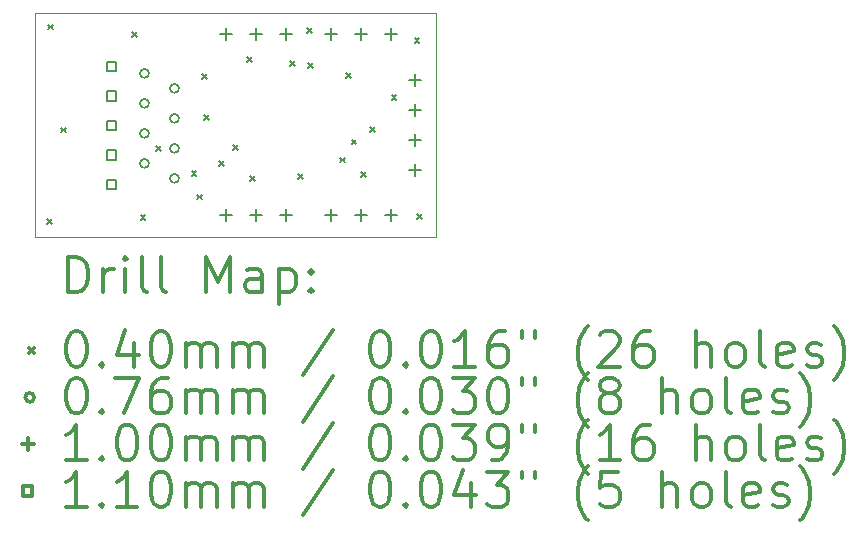
<source format=gbr>
%FSLAX45Y45*%
G04 Gerber Fmt 4.5, Leading zero omitted, Abs format (unit mm)*
G04 Created by KiCad (PCBNEW 5.1.5+dfsg1-2build2) date 2023-02-08 22:03:10*
%MOMM*%
%LPD*%
G04 APERTURE LIST*
%TA.AperFunction,Profile*%
%ADD10C,0.050000*%
%TD*%
%ADD11C,0.200000*%
%ADD12C,0.300000*%
G04 APERTURE END LIST*
D10*
X19473000Y-10588000D02*
X16073000Y-10588000D01*
X19474000Y-8688000D02*
X16074000Y-8688000D01*
X19473000Y-10588000D02*
X19474000Y-8688000D01*
X16074000Y-8688000D02*
X16073000Y-10588000D01*
D11*
X16178000Y-10437000D02*
X16218000Y-10477000D01*
X16218000Y-10437000D02*
X16178000Y-10477000D01*
X16186000Y-8790000D02*
X16226000Y-8830000D01*
X16226000Y-8790000D02*
X16186000Y-8830000D01*
X16296000Y-9662000D02*
X16336000Y-9702000D01*
X16336000Y-9662000D02*
X16296000Y-9702000D01*
X16901000Y-8854000D02*
X16941000Y-8894000D01*
X16941000Y-8854000D02*
X16901000Y-8894000D01*
X16971000Y-10404000D02*
X17011000Y-10444000D01*
X17011000Y-10404000D02*
X16971000Y-10444000D01*
X17100000Y-9818000D02*
X17140000Y-9858000D01*
X17140000Y-9818000D02*
X17100000Y-9858000D01*
X17403000Y-10033000D02*
X17443000Y-10073000D01*
X17443000Y-10033000D02*
X17403000Y-10073000D01*
X17448000Y-10230000D02*
X17488000Y-10270000D01*
X17488000Y-10230000D02*
X17448000Y-10270000D01*
X17491000Y-9212000D02*
X17531000Y-9252000D01*
X17531000Y-9212000D02*
X17491000Y-9252000D01*
X17512000Y-9555000D02*
X17552000Y-9595000D01*
X17552000Y-9555000D02*
X17512000Y-9595000D01*
X17638000Y-9947000D02*
X17678000Y-9987000D01*
X17678000Y-9947000D02*
X17638000Y-9987000D01*
X17757000Y-9813000D02*
X17797000Y-9853000D01*
X17797000Y-9813000D02*
X17757000Y-9853000D01*
X17872000Y-9068000D02*
X17912000Y-9108000D01*
X17912000Y-9068000D02*
X17872000Y-9108000D01*
X17897000Y-10075000D02*
X17937000Y-10115000D01*
X17937000Y-10075000D02*
X17897000Y-10115000D01*
X18237000Y-9100000D02*
X18277000Y-9140000D01*
X18277000Y-9100000D02*
X18237000Y-9140000D01*
X18308000Y-10054000D02*
X18348000Y-10094000D01*
X18348000Y-10054000D02*
X18308000Y-10094000D01*
X18381000Y-8820000D02*
X18421000Y-8860000D01*
X18421000Y-8820000D02*
X18381000Y-8860000D01*
X18392000Y-9119000D02*
X18432000Y-9159000D01*
X18432000Y-9119000D02*
X18392000Y-9159000D01*
X18659000Y-9916000D02*
X18699000Y-9956000D01*
X18699000Y-9916000D02*
X18659000Y-9956000D01*
X18713000Y-9201000D02*
X18753000Y-9241000D01*
X18753000Y-9201000D02*
X18713000Y-9241000D01*
X18758000Y-9764000D02*
X18798000Y-9804000D01*
X18798000Y-9764000D02*
X18758000Y-9804000D01*
X18839000Y-10042000D02*
X18879000Y-10082000D01*
X18879000Y-10042000D02*
X18839000Y-10082000D01*
X18912000Y-9660000D02*
X18952000Y-9700000D01*
X18952000Y-9660000D02*
X18912000Y-9700000D01*
X19097000Y-9389000D02*
X19137000Y-9429000D01*
X19137000Y-9389000D02*
X19097000Y-9429000D01*
X19292000Y-8905000D02*
X19332000Y-8945000D01*
X19332000Y-8905000D02*
X19292000Y-8945000D01*
X19315000Y-10396000D02*
X19355000Y-10436000D01*
X19355000Y-10396000D02*
X19315000Y-10436000D01*
X17042000Y-9203000D02*
G75*
G03X17042000Y-9203000I-38000J0D01*
G01*
X17042000Y-9457000D02*
G75*
G03X17042000Y-9457000I-38000J0D01*
G01*
X17042000Y-9711000D02*
G75*
G03X17042000Y-9711000I-38000J0D01*
G01*
X17042000Y-9965000D02*
G75*
G03X17042000Y-9965000I-38000J0D01*
G01*
X17296000Y-9330000D02*
G75*
G03X17296000Y-9330000I-38000J0D01*
G01*
X17296000Y-9584000D02*
G75*
G03X17296000Y-9584000I-38000J0D01*
G01*
X17296000Y-9838000D02*
G75*
G03X17296000Y-9838000I-38000J0D01*
G01*
X17296000Y-10092000D02*
G75*
G03X17296000Y-10092000I-38000J0D01*
G01*
X17697000Y-10354000D02*
X17697000Y-10454000D01*
X17647000Y-10404000D02*
X17747000Y-10404000D01*
X17951000Y-10354000D02*
X17951000Y-10454000D01*
X17901000Y-10404000D02*
X18001000Y-10404000D01*
X18205000Y-10354000D02*
X18205000Y-10454000D01*
X18155000Y-10404000D02*
X18255000Y-10404000D01*
X18584000Y-10355000D02*
X18584000Y-10455000D01*
X18534000Y-10405000D02*
X18634000Y-10405000D01*
X18838000Y-10355000D02*
X18838000Y-10455000D01*
X18788000Y-10405000D02*
X18888000Y-10405000D01*
X19092000Y-10355000D02*
X19092000Y-10455000D01*
X19042000Y-10405000D02*
X19142000Y-10405000D01*
X19296000Y-9206000D02*
X19296000Y-9306000D01*
X19246000Y-9256000D02*
X19346000Y-9256000D01*
X19296000Y-9460000D02*
X19296000Y-9560000D01*
X19246000Y-9510000D02*
X19346000Y-9510000D01*
X19296000Y-9714000D02*
X19296000Y-9814000D01*
X19246000Y-9764000D02*
X19346000Y-9764000D01*
X19296000Y-9968000D02*
X19296000Y-10068000D01*
X19246000Y-10018000D02*
X19346000Y-10018000D01*
X17697000Y-8817000D02*
X17697000Y-8917000D01*
X17647000Y-8867000D02*
X17747000Y-8867000D01*
X17951000Y-8817000D02*
X17951000Y-8917000D01*
X17901000Y-8867000D02*
X18001000Y-8867000D01*
X18205000Y-8817000D02*
X18205000Y-8917000D01*
X18155000Y-8867000D02*
X18255000Y-8867000D01*
X18584000Y-8817000D02*
X18584000Y-8917000D01*
X18534000Y-8867000D02*
X18634000Y-8867000D01*
X18838000Y-8817000D02*
X18838000Y-8917000D01*
X18788000Y-8867000D02*
X18888000Y-8867000D01*
X19092000Y-8817000D02*
X19092000Y-8917000D01*
X19042000Y-8867000D02*
X19142000Y-8867000D01*
X16763891Y-9182891D02*
X16763891Y-9105109D01*
X16686109Y-9105109D01*
X16686109Y-9182891D01*
X16763891Y-9182891D01*
X16763891Y-9432891D02*
X16763891Y-9355109D01*
X16686109Y-9355109D01*
X16686109Y-9432891D01*
X16763891Y-9432891D01*
X16763891Y-9682891D02*
X16763891Y-9605109D01*
X16686109Y-9605109D01*
X16686109Y-9682891D01*
X16763891Y-9682891D01*
X16763891Y-9932891D02*
X16763891Y-9855109D01*
X16686109Y-9855109D01*
X16686109Y-9932891D01*
X16763891Y-9932891D01*
X16763891Y-10182891D02*
X16763891Y-10105109D01*
X16686109Y-10105109D01*
X16686109Y-10182891D01*
X16763891Y-10182891D01*
D12*
X16356928Y-11056214D02*
X16356928Y-10756214D01*
X16428357Y-10756214D01*
X16471214Y-10770500D01*
X16499786Y-10799072D01*
X16514071Y-10827643D01*
X16528357Y-10884786D01*
X16528357Y-10927643D01*
X16514071Y-10984786D01*
X16499786Y-11013357D01*
X16471214Y-11041929D01*
X16428357Y-11056214D01*
X16356928Y-11056214D01*
X16656928Y-11056214D02*
X16656928Y-10856214D01*
X16656928Y-10913357D02*
X16671214Y-10884786D01*
X16685500Y-10870500D01*
X16714071Y-10856214D01*
X16742643Y-10856214D01*
X16842643Y-11056214D02*
X16842643Y-10856214D01*
X16842643Y-10756214D02*
X16828357Y-10770500D01*
X16842643Y-10784786D01*
X16856928Y-10770500D01*
X16842643Y-10756214D01*
X16842643Y-10784786D01*
X17028357Y-11056214D02*
X16999786Y-11041929D01*
X16985500Y-11013357D01*
X16985500Y-10756214D01*
X17185500Y-11056214D02*
X17156928Y-11041929D01*
X17142643Y-11013357D01*
X17142643Y-10756214D01*
X17528357Y-11056214D02*
X17528357Y-10756214D01*
X17628357Y-10970500D01*
X17728357Y-10756214D01*
X17728357Y-11056214D01*
X17999786Y-11056214D02*
X17999786Y-10899072D01*
X17985500Y-10870500D01*
X17956928Y-10856214D01*
X17899786Y-10856214D01*
X17871214Y-10870500D01*
X17999786Y-11041929D02*
X17971214Y-11056214D01*
X17899786Y-11056214D01*
X17871214Y-11041929D01*
X17856928Y-11013357D01*
X17856928Y-10984786D01*
X17871214Y-10956214D01*
X17899786Y-10941929D01*
X17971214Y-10941929D01*
X17999786Y-10927643D01*
X18142643Y-10856214D02*
X18142643Y-11156214D01*
X18142643Y-10870500D02*
X18171214Y-10856214D01*
X18228357Y-10856214D01*
X18256928Y-10870500D01*
X18271214Y-10884786D01*
X18285500Y-10913357D01*
X18285500Y-10999072D01*
X18271214Y-11027643D01*
X18256928Y-11041929D01*
X18228357Y-11056214D01*
X18171214Y-11056214D01*
X18142643Y-11041929D01*
X18414071Y-11027643D02*
X18428357Y-11041929D01*
X18414071Y-11056214D01*
X18399786Y-11041929D01*
X18414071Y-11027643D01*
X18414071Y-11056214D01*
X18414071Y-10870500D02*
X18428357Y-10884786D01*
X18414071Y-10899072D01*
X18399786Y-10884786D01*
X18414071Y-10870500D01*
X18414071Y-10899072D01*
X16030500Y-11530500D02*
X16070500Y-11570500D01*
X16070500Y-11530500D02*
X16030500Y-11570500D01*
X16414071Y-11386214D02*
X16442643Y-11386214D01*
X16471214Y-11400500D01*
X16485500Y-11414786D01*
X16499786Y-11443357D01*
X16514071Y-11500500D01*
X16514071Y-11571929D01*
X16499786Y-11629071D01*
X16485500Y-11657643D01*
X16471214Y-11671929D01*
X16442643Y-11686214D01*
X16414071Y-11686214D01*
X16385500Y-11671929D01*
X16371214Y-11657643D01*
X16356928Y-11629071D01*
X16342643Y-11571929D01*
X16342643Y-11500500D01*
X16356928Y-11443357D01*
X16371214Y-11414786D01*
X16385500Y-11400500D01*
X16414071Y-11386214D01*
X16642643Y-11657643D02*
X16656928Y-11671929D01*
X16642643Y-11686214D01*
X16628357Y-11671929D01*
X16642643Y-11657643D01*
X16642643Y-11686214D01*
X16914071Y-11486214D02*
X16914071Y-11686214D01*
X16842643Y-11371929D02*
X16771214Y-11586214D01*
X16956928Y-11586214D01*
X17128357Y-11386214D02*
X17156928Y-11386214D01*
X17185500Y-11400500D01*
X17199786Y-11414786D01*
X17214071Y-11443357D01*
X17228357Y-11500500D01*
X17228357Y-11571929D01*
X17214071Y-11629071D01*
X17199786Y-11657643D01*
X17185500Y-11671929D01*
X17156928Y-11686214D01*
X17128357Y-11686214D01*
X17099786Y-11671929D01*
X17085500Y-11657643D01*
X17071214Y-11629071D01*
X17056928Y-11571929D01*
X17056928Y-11500500D01*
X17071214Y-11443357D01*
X17085500Y-11414786D01*
X17099786Y-11400500D01*
X17128357Y-11386214D01*
X17356928Y-11686214D02*
X17356928Y-11486214D01*
X17356928Y-11514786D02*
X17371214Y-11500500D01*
X17399786Y-11486214D01*
X17442643Y-11486214D01*
X17471214Y-11500500D01*
X17485500Y-11529071D01*
X17485500Y-11686214D01*
X17485500Y-11529071D02*
X17499786Y-11500500D01*
X17528357Y-11486214D01*
X17571214Y-11486214D01*
X17599786Y-11500500D01*
X17614071Y-11529071D01*
X17614071Y-11686214D01*
X17756928Y-11686214D02*
X17756928Y-11486214D01*
X17756928Y-11514786D02*
X17771214Y-11500500D01*
X17799786Y-11486214D01*
X17842643Y-11486214D01*
X17871214Y-11500500D01*
X17885500Y-11529071D01*
X17885500Y-11686214D01*
X17885500Y-11529071D02*
X17899786Y-11500500D01*
X17928357Y-11486214D01*
X17971214Y-11486214D01*
X17999786Y-11500500D01*
X18014071Y-11529071D01*
X18014071Y-11686214D01*
X18599786Y-11371929D02*
X18342643Y-11757643D01*
X18985500Y-11386214D02*
X19014071Y-11386214D01*
X19042643Y-11400500D01*
X19056928Y-11414786D01*
X19071214Y-11443357D01*
X19085500Y-11500500D01*
X19085500Y-11571929D01*
X19071214Y-11629071D01*
X19056928Y-11657643D01*
X19042643Y-11671929D01*
X19014071Y-11686214D01*
X18985500Y-11686214D01*
X18956928Y-11671929D01*
X18942643Y-11657643D01*
X18928357Y-11629071D01*
X18914071Y-11571929D01*
X18914071Y-11500500D01*
X18928357Y-11443357D01*
X18942643Y-11414786D01*
X18956928Y-11400500D01*
X18985500Y-11386214D01*
X19214071Y-11657643D02*
X19228357Y-11671929D01*
X19214071Y-11686214D01*
X19199786Y-11671929D01*
X19214071Y-11657643D01*
X19214071Y-11686214D01*
X19414071Y-11386214D02*
X19442643Y-11386214D01*
X19471214Y-11400500D01*
X19485500Y-11414786D01*
X19499786Y-11443357D01*
X19514071Y-11500500D01*
X19514071Y-11571929D01*
X19499786Y-11629071D01*
X19485500Y-11657643D01*
X19471214Y-11671929D01*
X19442643Y-11686214D01*
X19414071Y-11686214D01*
X19385500Y-11671929D01*
X19371214Y-11657643D01*
X19356928Y-11629071D01*
X19342643Y-11571929D01*
X19342643Y-11500500D01*
X19356928Y-11443357D01*
X19371214Y-11414786D01*
X19385500Y-11400500D01*
X19414071Y-11386214D01*
X19799786Y-11686214D02*
X19628357Y-11686214D01*
X19714071Y-11686214D02*
X19714071Y-11386214D01*
X19685500Y-11429071D01*
X19656928Y-11457643D01*
X19628357Y-11471929D01*
X20056928Y-11386214D02*
X19999786Y-11386214D01*
X19971214Y-11400500D01*
X19956928Y-11414786D01*
X19928357Y-11457643D01*
X19914071Y-11514786D01*
X19914071Y-11629071D01*
X19928357Y-11657643D01*
X19942643Y-11671929D01*
X19971214Y-11686214D01*
X20028357Y-11686214D01*
X20056928Y-11671929D01*
X20071214Y-11657643D01*
X20085500Y-11629071D01*
X20085500Y-11557643D01*
X20071214Y-11529071D01*
X20056928Y-11514786D01*
X20028357Y-11500500D01*
X19971214Y-11500500D01*
X19942643Y-11514786D01*
X19928357Y-11529071D01*
X19914071Y-11557643D01*
X20199786Y-11386214D02*
X20199786Y-11443357D01*
X20314071Y-11386214D02*
X20314071Y-11443357D01*
X20756928Y-11800500D02*
X20742643Y-11786214D01*
X20714071Y-11743357D01*
X20699786Y-11714786D01*
X20685500Y-11671929D01*
X20671214Y-11600500D01*
X20671214Y-11543357D01*
X20685500Y-11471929D01*
X20699786Y-11429071D01*
X20714071Y-11400500D01*
X20742643Y-11357643D01*
X20756928Y-11343357D01*
X20856928Y-11414786D02*
X20871214Y-11400500D01*
X20899786Y-11386214D01*
X20971214Y-11386214D01*
X20999786Y-11400500D01*
X21014071Y-11414786D01*
X21028357Y-11443357D01*
X21028357Y-11471929D01*
X21014071Y-11514786D01*
X20842643Y-11686214D01*
X21028357Y-11686214D01*
X21285500Y-11386214D02*
X21228357Y-11386214D01*
X21199786Y-11400500D01*
X21185500Y-11414786D01*
X21156928Y-11457643D01*
X21142643Y-11514786D01*
X21142643Y-11629071D01*
X21156928Y-11657643D01*
X21171214Y-11671929D01*
X21199786Y-11686214D01*
X21256928Y-11686214D01*
X21285500Y-11671929D01*
X21299786Y-11657643D01*
X21314071Y-11629071D01*
X21314071Y-11557643D01*
X21299786Y-11529071D01*
X21285500Y-11514786D01*
X21256928Y-11500500D01*
X21199786Y-11500500D01*
X21171214Y-11514786D01*
X21156928Y-11529071D01*
X21142643Y-11557643D01*
X21671214Y-11686214D02*
X21671214Y-11386214D01*
X21799786Y-11686214D02*
X21799786Y-11529071D01*
X21785500Y-11500500D01*
X21756928Y-11486214D01*
X21714071Y-11486214D01*
X21685500Y-11500500D01*
X21671214Y-11514786D01*
X21985500Y-11686214D02*
X21956928Y-11671929D01*
X21942643Y-11657643D01*
X21928357Y-11629071D01*
X21928357Y-11543357D01*
X21942643Y-11514786D01*
X21956928Y-11500500D01*
X21985500Y-11486214D01*
X22028357Y-11486214D01*
X22056928Y-11500500D01*
X22071214Y-11514786D01*
X22085500Y-11543357D01*
X22085500Y-11629071D01*
X22071214Y-11657643D01*
X22056928Y-11671929D01*
X22028357Y-11686214D01*
X21985500Y-11686214D01*
X22256928Y-11686214D02*
X22228357Y-11671929D01*
X22214071Y-11643357D01*
X22214071Y-11386214D01*
X22485500Y-11671929D02*
X22456928Y-11686214D01*
X22399786Y-11686214D01*
X22371214Y-11671929D01*
X22356928Y-11643357D01*
X22356928Y-11529071D01*
X22371214Y-11500500D01*
X22399786Y-11486214D01*
X22456928Y-11486214D01*
X22485500Y-11500500D01*
X22499786Y-11529071D01*
X22499786Y-11557643D01*
X22356928Y-11586214D01*
X22614071Y-11671929D02*
X22642643Y-11686214D01*
X22699786Y-11686214D01*
X22728357Y-11671929D01*
X22742643Y-11643357D01*
X22742643Y-11629071D01*
X22728357Y-11600500D01*
X22699786Y-11586214D01*
X22656928Y-11586214D01*
X22628357Y-11571929D01*
X22614071Y-11543357D01*
X22614071Y-11529071D01*
X22628357Y-11500500D01*
X22656928Y-11486214D01*
X22699786Y-11486214D01*
X22728357Y-11500500D01*
X22842643Y-11800500D02*
X22856928Y-11786214D01*
X22885500Y-11743357D01*
X22899786Y-11714786D01*
X22914071Y-11671929D01*
X22928357Y-11600500D01*
X22928357Y-11543357D01*
X22914071Y-11471929D01*
X22899786Y-11429071D01*
X22885500Y-11400500D01*
X22856928Y-11357643D01*
X22842643Y-11343357D01*
X16070500Y-11946500D02*
G75*
G03X16070500Y-11946500I-38000J0D01*
G01*
X16414071Y-11782214D02*
X16442643Y-11782214D01*
X16471214Y-11796500D01*
X16485500Y-11810786D01*
X16499786Y-11839357D01*
X16514071Y-11896500D01*
X16514071Y-11967929D01*
X16499786Y-12025071D01*
X16485500Y-12053643D01*
X16471214Y-12067929D01*
X16442643Y-12082214D01*
X16414071Y-12082214D01*
X16385500Y-12067929D01*
X16371214Y-12053643D01*
X16356928Y-12025071D01*
X16342643Y-11967929D01*
X16342643Y-11896500D01*
X16356928Y-11839357D01*
X16371214Y-11810786D01*
X16385500Y-11796500D01*
X16414071Y-11782214D01*
X16642643Y-12053643D02*
X16656928Y-12067929D01*
X16642643Y-12082214D01*
X16628357Y-12067929D01*
X16642643Y-12053643D01*
X16642643Y-12082214D01*
X16756928Y-11782214D02*
X16956928Y-11782214D01*
X16828357Y-12082214D01*
X17199786Y-11782214D02*
X17142643Y-11782214D01*
X17114071Y-11796500D01*
X17099786Y-11810786D01*
X17071214Y-11853643D01*
X17056928Y-11910786D01*
X17056928Y-12025071D01*
X17071214Y-12053643D01*
X17085500Y-12067929D01*
X17114071Y-12082214D01*
X17171214Y-12082214D01*
X17199786Y-12067929D01*
X17214071Y-12053643D01*
X17228357Y-12025071D01*
X17228357Y-11953643D01*
X17214071Y-11925071D01*
X17199786Y-11910786D01*
X17171214Y-11896500D01*
X17114071Y-11896500D01*
X17085500Y-11910786D01*
X17071214Y-11925071D01*
X17056928Y-11953643D01*
X17356928Y-12082214D02*
X17356928Y-11882214D01*
X17356928Y-11910786D02*
X17371214Y-11896500D01*
X17399786Y-11882214D01*
X17442643Y-11882214D01*
X17471214Y-11896500D01*
X17485500Y-11925071D01*
X17485500Y-12082214D01*
X17485500Y-11925071D02*
X17499786Y-11896500D01*
X17528357Y-11882214D01*
X17571214Y-11882214D01*
X17599786Y-11896500D01*
X17614071Y-11925071D01*
X17614071Y-12082214D01*
X17756928Y-12082214D02*
X17756928Y-11882214D01*
X17756928Y-11910786D02*
X17771214Y-11896500D01*
X17799786Y-11882214D01*
X17842643Y-11882214D01*
X17871214Y-11896500D01*
X17885500Y-11925071D01*
X17885500Y-12082214D01*
X17885500Y-11925071D02*
X17899786Y-11896500D01*
X17928357Y-11882214D01*
X17971214Y-11882214D01*
X17999786Y-11896500D01*
X18014071Y-11925071D01*
X18014071Y-12082214D01*
X18599786Y-11767929D02*
X18342643Y-12153643D01*
X18985500Y-11782214D02*
X19014071Y-11782214D01*
X19042643Y-11796500D01*
X19056928Y-11810786D01*
X19071214Y-11839357D01*
X19085500Y-11896500D01*
X19085500Y-11967929D01*
X19071214Y-12025071D01*
X19056928Y-12053643D01*
X19042643Y-12067929D01*
X19014071Y-12082214D01*
X18985500Y-12082214D01*
X18956928Y-12067929D01*
X18942643Y-12053643D01*
X18928357Y-12025071D01*
X18914071Y-11967929D01*
X18914071Y-11896500D01*
X18928357Y-11839357D01*
X18942643Y-11810786D01*
X18956928Y-11796500D01*
X18985500Y-11782214D01*
X19214071Y-12053643D02*
X19228357Y-12067929D01*
X19214071Y-12082214D01*
X19199786Y-12067929D01*
X19214071Y-12053643D01*
X19214071Y-12082214D01*
X19414071Y-11782214D02*
X19442643Y-11782214D01*
X19471214Y-11796500D01*
X19485500Y-11810786D01*
X19499786Y-11839357D01*
X19514071Y-11896500D01*
X19514071Y-11967929D01*
X19499786Y-12025071D01*
X19485500Y-12053643D01*
X19471214Y-12067929D01*
X19442643Y-12082214D01*
X19414071Y-12082214D01*
X19385500Y-12067929D01*
X19371214Y-12053643D01*
X19356928Y-12025071D01*
X19342643Y-11967929D01*
X19342643Y-11896500D01*
X19356928Y-11839357D01*
X19371214Y-11810786D01*
X19385500Y-11796500D01*
X19414071Y-11782214D01*
X19614071Y-11782214D02*
X19799786Y-11782214D01*
X19699786Y-11896500D01*
X19742643Y-11896500D01*
X19771214Y-11910786D01*
X19785500Y-11925071D01*
X19799786Y-11953643D01*
X19799786Y-12025071D01*
X19785500Y-12053643D01*
X19771214Y-12067929D01*
X19742643Y-12082214D01*
X19656928Y-12082214D01*
X19628357Y-12067929D01*
X19614071Y-12053643D01*
X19985500Y-11782214D02*
X20014071Y-11782214D01*
X20042643Y-11796500D01*
X20056928Y-11810786D01*
X20071214Y-11839357D01*
X20085500Y-11896500D01*
X20085500Y-11967929D01*
X20071214Y-12025071D01*
X20056928Y-12053643D01*
X20042643Y-12067929D01*
X20014071Y-12082214D01*
X19985500Y-12082214D01*
X19956928Y-12067929D01*
X19942643Y-12053643D01*
X19928357Y-12025071D01*
X19914071Y-11967929D01*
X19914071Y-11896500D01*
X19928357Y-11839357D01*
X19942643Y-11810786D01*
X19956928Y-11796500D01*
X19985500Y-11782214D01*
X20199786Y-11782214D02*
X20199786Y-11839357D01*
X20314071Y-11782214D02*
X20314071Y-11839357D01*
X20756928Y-12196500D02*
X20742643Y-12182214D01*
X20714071Y-12139357D01*
X20699786Y-12110786D01*
X20685500Y-12067929D01*
X20671214Y-11996500D01*
X20671214Y-11939357D01*
X20685500Y-11867929D01*
X20699786Y-11825071D01*
X20714071Y-11796500D01*
X20742643Y-11753643D01*
X20756928Y-11739357D01*
X20914071Y-11910786D02*
X20885500Y-11896500D01*
X20871214Y-11882214D01*
X20856928Y-11853643D01*
X20856928Y-11839357D01*
X20871214Y-11810786D01*
X20885500Y-11796500D01*
X20914071Y-11782214D01*
X20971214Y-11782214D01*
X20999786Y-11796500D01*
X21014071Y-11810786D01*
X21028357Y-11839357D01*
X21028357Y-11853643D01*
X21014071Y-11882214D01*
X20999786Y-11896500D01*
X20971214Y-11910786D01*
X20914071Y-11910786D01*
X20885500Y-11925071D01*
X20871214Y-11939357D01*
X20856928Y-11967929D01*
X20856928Y-12025071D01*
X20871214Y-12053643D01*
X20885500Y-12067929D01*
X20914071Y-12082214D01*
X20971214Y-12082214D01*
X20999786Y-12067929D01*
X21014071Y-12053643D01*
X21028357Y-12025071D01*
X21028357Y-11967929D01*
X21014071Y-11939357D01*
X20999786Y-11925071D01*
X20971214Y-11910786D01*
X21385500Y-12082214D02*
X21385500Y-11782214D01*
X21514071Y-12082214D02*
X21514071Y-11925071D01*
X21499786Y-11896500D01*
X21471214Y-11882214D01*
X21428357Y-11882214D01*
X21399786Y-11896500D01*
X21385500Y-11910786D01*
X21699786Y-12082214D02*
X21671214Y-12067929D01*
X21656928Y-12053643D01*
X21642643Y-12025071D01*
X21642643Y-11939357D01*
X21656928Y-11910786D01*
X21671214Y-11896500D01*
X21699786Y-11882214D01*
X21742643Y-11882214D01*
X21771214Y-11896500D01*
X21785500Y-11910786D01*
X21799786Y-11939357D01*
X21799786Y-12025071D01*
X21785500Y-12053643D01*
X21771214Y-12067929D01*
X21742643Y-12082214D01*
X21699786Y-12082214D01*
X21971214Y-12082214D02*
X21942643Y-12067929D01*
X21928357Y-12039357D01*
X21928357Y-11782214D01*
X22199786Y-12067929D02*
X22171214Y-12082214D01*
X22114071Y-12082214D01*
X22085500Y-12067929D01*
X22071214Y-12039357D01*
X22071214Y-11925071D01*
X22085500Y-11896500D01*
X22114071Y-11882214D01*
X22171214Y-11882214D01*
X22199786Y-11896500D01*
X22214071Y-11925071D01*
X22214071Y-11953643D01*
X22071214Y-11982214D01*
X22328357Y-12067929D02*
X22356928Y-12082214D01*
X22414071Y-12082214D01*
X22442643Y-12067929D01*
X22456928Y-12039357D01*
X22456928Y-12025071D01*
X22442643Y-11996500D01*
X22414071Y-11982214D01*
X22371214Y-11982214D01*
X22342643Y-11967929D01*
X22328357Y-11939357D01*
X22328357Y-11925071D01*
X22342643Y-11896500D01*
X22371214Y-11882214D01*
X22414071Y-11882214D01*
X22442643Y-11896500D01*
X22556928Y-12196500D02*
X22571214Y-12182214D01*
X22599786Y-12139357D01*
X22614071Y-12110786D01*
X22628357Y-12067929D01*
X22642643Y-11996500D01*
X22642643Y-11939357D01*
X22628357Y-11867929D01*
X22614071Y-11825071D01*
X22599786Y-11796500D01*
X22571214Y-11753643D01*
X22556928Y-11739357D01*
X16020500Y-12292500D02*
X16020500Y-12392500D01*
X15970500Y-12342500D02*
X16070500Y-12342500D01*
X16514071Y-12478214D02*
X16342643Y-12478214D01*
X16428357Y-12478214D02*
X16428357Y-12178214D01*
X16399786Y-12221071D01*
X16371214Y-12249643D01*
X16342643Y-12263929D01*
X16642643Y-12449643D02*
X16656928Y-12463929D01*
X16642643Y-12478214D01*
X16628357Y-12463929D01*
X16642643Y-12449643D01*
X16642643Y-12478214D01*
X16842643Y-12178214D02*
X16871214Y-12178214D01*
X16899786Y-12192500D01*
X16914071Y-12206786D01*
X16928357Y-12235357D01*
X16942643Y-12292500D01*
X16942643Y-12363929D01*
X16928357Y-12421071D01*
X16914071Y-12449643D01*
X16899786Y-12463929D01*
X16871214Y-12478214D01*
X16842643Y-12478214D01*
X16814071Y-12463929D01*
X16799786Y-12449643D01*
X16785500Y-12421071D01*
X16771214Y-12363929D01*
X16771214Y-12292500D01*
X16785500Y-12235357D01*
X16799786Y-12206786D01*
X16814071Y-12192500D01*
X16842643Y-12178214D01*
X17128357Y-12178214D02*
X17156928Y-12178214D01*
X17185500Y-12192500D01*
X17199786Y-12206786D01*
X17214071Y-12235357D01*
X17228357Y-12292500D01*
X17228357Y-12363929D01*
X17214071Y-12421071D01*
X17199786Y-12449643D01*
X17185500Y-12463929D01*
X17156928Y-12478214D01*
X17128357Y-12478214D01*
X17099786Y-12463929D01*
X17085500Y-12449643D01*
X17071214Y-12421071D01*
X17056928Y-12363929D01*
X17056928Y-12292500D01*
X17071214Y-12235357D01*
X17085500Y-12206786D01*
X17099786Y-12192500D01*
X17128357Y-12178214D01*
X17356928Y-12478214D02*
X17356928Y-12278214D01*
X17356928Y-12306786D02*
X17371214Y-12292500D01*
X17399786Y-12278214D01*
X17442643Y-12278214D01*
X17471214Y-12292500D01*
X17485500Y-12321071D01*
X17485500Y-12478214D01*
X17485500Y-12321071D02*
X17499786Y-12292500D01*
X17528357Y-12278214D01*
X17571214Y-12278214D01*
X17599786Y-12292500D01*
X17614071Y-12321071D01*
X17614071Y-12478214D01*
X17756928Y-12478214D02*
X17756928Y-12278214D01*
X17756928Y-12306786D02*
X17771214Y-12292500D01*
X17799786Y-12278214D01*
X17842643Y-12278214D01*
X17871214Y-12292500D01*
X17885500Y-12321071D01*
X17885500Y-12478214D01*
X17885500Y-12321071D02*
X17899786Y-12292500D01*
X17928357Y-12278214D01*
X17971214Y-12278214D01*
X17999786Y-12292500D01*
X18014071Y-12321071D01*
X18014071Y-12478214D01*
X18599786Y-12163929D02*
X18342643Y-12549643D01*
X18985500Y-12178214D02*
X19014071Y-12178214D01*
X19042643Y-12192500D01*
X19056928Y-12206786D01*
X19071214Y-12235357D01*
X19085500Y-12292500D01*
X19085500Y-12363929D01*
X19071214Y-12421071D01*
X19056928Y-12449643D01*
X19042643Y-12463929D01*
X19014071Y-12478214D01*
X18985500Y-12478214D01*
X18956928Y-12463929D01*
X18942643Y-12449643D01*
X18928357Y-12421071D01*
X18914071Y-12363929D01*
X18914071Y-12292500D01*
X18928357Y-12235357D01*
X18942643Y-12206786D01*
X18956928Y-12192500D01*
X18985500Y-12178214D01*
X19214071Y-12449643D02*
X19228357Y-12463929D01*
X19214071Y-12478214D01*
X19199786Y-12463929D01*
X19214071Y-12449643D01*
X19214071Y-12478214D01*
X19414071Y-12178214D02*
X19442643Y-12178214D01*
X19471214Y-12192500D01*
X19485500Y-12206786D01*
X19499786Y-12235357D01*
X19514071Y-12292500D01*
X19514071Y-12363929D01*
X19499786Y-12421071D01*
X19485500Y-12449643D01*
X19471214Y-12463929D01*
X19442643Y-12478214D01*
X19414071Y-12478214D01*
X19385500Y-12463929D01*
X19371214Y-12449643D01*
X19356928Y-12421071D01*
X19342643Y-12363929D01*
X19342643Y-12292500D01*
X19356928Y-12235357D01*
X19371214Y-12206786D01*
X19385500Y-12192500D01*
X19414071Y-12178214D01*
X19614071Y-12178214D02*
X19799786Y-12178214D01*
X19699786Y-12292500D01*
X19742643Y-12292500D01*
X19771214Y-12306786D01*
X19785500Y-12321071D01*
X19799786Y-12349643D01*
X19799786Y-12421071D01*
X19785500Y-12449643D01*
X19771214Y-12463929D01*
X19742643Y-12478214D01*
X19656928Y-12478214D01*
X19628357Y-12463929D01*
X19614071Y-12449643D01*
X19942643Y-12478214D02*
X19999786Y-12478214D01*
X20028357Y-12463929D01*
X20042643Y-12449643D01*
X20071214Y-12406786D01*
X20085500Y-12349643D01*
X20085500Y-12235357D01*
X20071214Y-12206786D01*
X20056928Y-12192500D01*
X20028357Y-12178214D01*
X19971214Y-12178214D01*
X19942643Y-12192500D01*
X19928357Y-12206786D01*
X19914071Y-12235357D01*
X19914071Y-12306786D01*
X19928357Y-12335357D01*
X19942643Y-12349643D01*
X19971214Y-12363929D01*
X20028357Y-12363929D01*
X20056928Y-12349643D01*
X20071214Y-12335357D01*
X20085500Y-12306786D01*
X20199786Y-12178214D02*
X20199786Y-12235357D01*
X20314071Y-12178214D02*
X20314071Y-12235357D01*
X20756928Y-12592500D02*
X20742643Y-12578214D01*
X20714071Y-12535357D01*
X20699786Y-12506786D01*
X20685500Y-12463929D01*
X20671214Y-12392500D01*
X20671214Y-12335357D01*
X20685500Y-12263929D01*
X20699786Y-12221071D01*
X20714071Y-12192500D01*
X20742643Y-12149643D01*
X20756928Y-12135357D01*
X21028357Y-12478214D02*
X20856928Y-12478214D01*
X20942643Y-12478214D02*
X20942643Y-12178214D01*
X20914071Y-12221071D01*
X20885500Y-12249643D01*
X20856928Y-12263929D01*
X21285500Y-12178214D02*
X21228357Y-12178214D01*
X21199786Y-12192500D01*
X21185500Y-12206786D01*
X21156928Y-12249643D01*
X21142643Y-12306786D01*
X21142643Y-12421071D01*
X21156928Y-12449643D01*
X21171214Y-12463929D01*
X21199786Y-12478214D01*
X21256928Y-12478214D01*
X21285500Y-12463929D01*
X21299786Y-12449643D01*
X21314071Y-12421071D01*
X21314071Y-12349643D01*
X21299786Y-12321071D01*
X21285500Y-12306786D01*
X21256928Y-12292500D01*
X21199786Y-12292500D01*
X21171214Y-12306786D01*
X21156928Y-12321071D01*
X21142643Y-12349643D01*
X21671214Y-12478214D02*
X21671214Y-12178214D01*
X21799786Y-12478214D02*
X21799786Y-12321071D01*
X21785500Y-12292500D01*
X21756928Y-12278214D01*
X21714071Y-12278214D01*
X21685500Y-12292500D01*
X21671214Y-12306786D01*
X21985500Y-12478214D02*
X21956928Y-12463929D01*
X21942643Y-12449643D01*
X21928357Y-12421071D01*
X21928357Y-12335357D01*
X21942643Y-12306786D01*
X21956928Y-12292500D01*
X21985500Y-12278214D01*
X22028357Y-12278214D01*
X22056928Y-12292500D01*
X22071214Y-12306786D01*
X22085500Y-12335357D01*
X22085500Y-12421071D01*
X22071214Y-12449643D01*
X22056928Y-12463929D01*
X22028357Y-12478214D01*
X21985500Y-12478214D01*
X22256928Y-12478214D02*
X22228357Y-12463929D01*
X22214071Y-12435357D01*
X22214071Y-12178214D01*
X22485500Y-12463929D02*
X22456928Y-12478214D01*
X22399786Y-12478214D01*
X22371214Y-12463929D01*
X22356928Y-12435357D01*
X22356928Y-12321071D01*
X22371214Y-12292500D01*
X22399786Y-12278214D01*
X22456928Y-12278214D01*
X22485500Y-12292500D01*
X22499786Y-12321071D01*
X22499786Y-12349643D01*
X22356928Y-12378214D01*
X22614071Y-12463929D02*
X22642643Y-12478214D01*
X22699786Y-12478214D01*
X22728357Y-12463929D01*
X22742643Y-12435357D01*
X22742643Y-12421071D01*
X22728357Y-12392500D01*
X22699786Y-12378214D01*
X22656928Y-12378214D01*
X22628357Y-12363929D01*
X22614071Y-12335357D01*
X22614071Y-12321071D01*
X22628357Y-12292500D01*
X22656928Y-12278214D01*
X22699786Y-12278214D01*
X22728357Y-12292500D01*
X22842643Y-12592500D02*
X22856928Y-12578214D01*
X22885500Y-12535357D01*
X22899786Y-12506786D01*
X22914071Y-12463929D01*
X22928357Y-12392500D01*
X22928357Y-12335357D01*
X22914071Y-12263929D01*
X22899786Y-12221071D01*
X22885500Y-12192500D01*
X22856928Y-12149643D01*
X22842643Y-12135357D01*
X16054391Y-12777391D02*
X16054391Y-12699609D01*
X15976609Y-12699609D01*
X15976609Y-12777391D01*
X16054391Y-12777391D01*
X16514071Y-12874214D02*
X16342643Y-12874214D01*
X16428357Y-12874214D02*
X16428357Y-12574214D01*
X16399786Y-12617071D01*
X16371214Y-12645643D01*
X16342643Y-12659929D01*
X16642643Y-12845643D02*
X16656928Y-12859929D01*
X16642643Y-12874214D01*
X16628357Y-12859929D01*
X16642643Y-12845643D01*
X16642643Y-12874214D01*
X16942643Y-12874214D02*
X16771214Y-12874214D01*
X16856928Y-12874214D02*
X16856928Y-12574214D01*
X16828357Y-12617071D01*
X16799786Y-12645643D01*
X16771214Y-12659929D01*
X17128357Y-12574214D02*
X17156928Y-12574214D01*
X17185500Y-12588500D01*
X17199786Y-12602786D01*
X17214071Y-12631357D01*
X17228357Y-12688500D01*
X17228357Y-12759929D01*
X17214071Y-12817071D01*
X17199786Y-12845643D01*
X17185500Y-12859929D01*
X17156928Y-12874214D01*
X17128357Y-12874214D01*
X17099786Y-12859929D01*
X17085500Y-12845643D01*
X17071214Y-12817071D01*
X17056928Y-12759929D01*
X17056928Y-12688500D01*
X17071214Y-12631357D01*
X17085500Y-12602786D01*
X17099786Y-12588500D01*
X17128357Y-12574214D01*
X17356928Y-12874214D02*
X17356928Y-12674214D01*
X17356928Y-12702786D02*
X17371214Y-12688500D01*
X17399786Y-12674214D01*
X17442643Y-12674214D01*
X17471214Y-12688500D01*
X17485500Y-12717071D01*
X17485500Y-12874214D01*
X17485500Y-12717071D02*
X17499786Y-12688500D01*
X17528357Y-12674214D01*
X17571214Y-12674214D01*
X17599786Y-12688500D01*
X17614071Y-12717071D01*
X17614071Y-12874214D01*
X17756928Y-12874214D02*
X17756928Y-12674214D01*
X17756928Y-12702786D02*
X17771214Y-12688500D01*
X17799786Y-12674214D01*
X17842643Y-12674214D01*
X17871214Y-12688500D01*
X17885500Y-12717071D01*
X17885500Y-12874214D01*
X17885500Y-12717071D02*
X17899786Y-12688500D01*
X17928357Y-12674214D01*
X17971214Y-12674214D01*
X17999786Y-12688500D01*
X18014071Y-12717071D01*
X18014071Y-12874214D01*
X18599786Y-12559929D02*
X18342643Y-12945643D01*
X18985500Y-12574214D02*
X19014071Y-12574214D01*
X19042643Y-12588500D01*
X19056928Y-12602786D01*
X19071214Y-12631357D01*
X19085500Y-12688500D01*
X19085500Y-12759929D01*
X19071214Y-12817071D01*
X19056928Y-12845643D01*
X19042643Y-12859929D01*
X19014071Y-12874214D01*
X18985500Y-12874214D01*
X18956928Y-12859929D01*
X18942643Y-12845643D01*
X18928357Y-12817071D01*
X18914071Y-12759929D01*
X18914071Y-12688500D01*
X18928357Y-12631357D01*
X18942643Y-12602786D01*
X18956928Y-12588500D01*
X18985500Y-12574214D01*
X19214071Y-12845643D02*
X19228357Y-12859929D01*
X19214071Y-12874214D01*
X19199786Y-12859929D01*
X19214071Y-12845643D01*
X19214071Y-12874214D01*
X19414071Y-12574214D02*
X19442643Y-12574214D01*
X19471214Y-12588500D01*
X19485500Y-12602786D01*
X19499786Y-12631357D01*
X19514071Y-12688500D01*
X19514071Y-12759929D01*
X19499786Y-12817071D01*
X19485500Y-12845643D01*
X19471214Y-12859929D01*
X19442643Y-12874214D01*
X19414071Y-12874214D01*
X19385500Y-12859929D01*
X19371214Y-12845643D01*
X19356928Y-12817071D01*
X19342643Y-12759929D01*
X19342643Y-12688500D01*
X19356928Y-12631357D01*
X19371214Y-12602786D01*
X19385500Y-12588500D01*
X19414071Y-12574214D01*
X19771214Y-12674214D02*
X19771214Y-12874214D01*
X19699786Y-12559929D02*
X19628357Y-12774214D01*
X19814071Y-12774214D01*
X19899786Y-12574214D02*
X20085500Y-12574214D01*
X19985500Y-12688500D01*
X20028357Y-12688500D01*
X20056928Y-12702786D01*
X20071214Y-12717071D01*
X20085500Y-12745643D01*
X20085500Y-12817071D01*
X20071214Y-12845643D01*
X20056928Y-12859929D01*
X20028357Y-12874214D01*
X19942643Y-12874214D01*
X19914071Y-12859929D01*
X19899786Y-12845643D01*
X20199786Y-12574214D02*
X20199786Y-12631357D01*
X20314071Y-12574214D02*
X20314071Y-12631357D01*
X20756928Y-12988500D02*
X20742643Y-12974214D01*
X20714071Y-12931357D01*
X20699786Y-12902786D01*
X20685500Y-12859929D01*
X20671214Y-12788500D01*
X20671214Y-12731357D01*
X20685500Y-12659929D01*
X20699786Y-12617071D01*
X20714071Y-12588500D01*
X20742643Y-12545643D01*
X20756928Y-12531357D01*
X21014071Y-12574214D02*
X20871214Y-12574214D01*
X20856928Y-12717071D01*
X20871214Y-12702786D01*
X20899786Y-12688500D01*
X20971214Y-12688500D01*
X20999786Y-12702786D01*
X21014071Y-12717071D01*
X21028357Y-12745643D01*
X21028357Y-12817071D01*
X21014071Y-12845643D01*
X20999786Y-12859929D01*
X20971214Y-12874214D01*
X20899786Y-12874214D01*
X20871214Y-12859929D01*
X20856928Y-12845643D01*
X21385500Y-12874214D02*
X21385500Y-12574214D01*
X21514071Y-12874214D02*
X21514071Y-12717071D01*
X21499786Y-12688500D01*
X21471214Y-12674214D01*
X21428357Y-12674214D01*
X21399786Y-12688500D01*
X21385500Y-12702786D01*
X21699786Y-12874214D02*
X21671214Y-12859929D01*
X21656928Y-12845643D01*
X21642643Y-12817071D01*
X21642643Y-12731357D01*
X21656928Y-12702786D01*
X21671214Y-12688500D01*
X21699786Y-12674214D01*
X21742643Y-12674214D01*
X21771214Y-12688500D01*
X21785500Y-12702786D01*
X21799786Y-12731357D01*
X21799786Y-12817071D01*
X21785500Y-12845643D01*
X21771214Y-12859929D01*
X21742643Y-12874214D01*
X21699786Y-12874214D01*
X21971214Y-12874214D02*
X21942643Y-12859929D01*
X21928357Y-12831357D01*
X21928357Y-12574214D01*
X22199786Y-12859929D02*
X22171214Y-12874214D01*
X22114071Y-12874214D01*
X22085500Y-12859929D01*
X22071214Y-12831357D01*
X22071214Y-12717071D01*
X22085500Y-12688500D01*
X22114071Y-12674214D01*
X22171214Y-12674214D01*
X22199786Y-12688500D01*
X22214071Y-12717071D01*
X22214071Y-12745643D01*
X22071214Y-12774214D01*
X22328357Y-12859929D02*
X22356928Y-12874214D01*
X22414071Y-12874214D01*
X22442643Y-12859929D01*
X22456928Y-12831357D01*
X22456928Y-12817071D01*
X22442643Y-12788500D01*
X22414071Y-12774214D01*
X22371214Y-12774214D01*
X22342643Y-12759929D01*
X22328357Y-12731357D01*
X22328357Y-12717071D01*
X22342643Y-12688500D01*
X22371214Y-12674214D01*
X22414071Y-12674214D01*
X22442643Y-12688500D01*
X22556928Y-12988500D02*
X22571214Y-12974214D01*
X22599786Y-12931357D01*
X22614071Y-12902786D01*
X22628357Y-12859929D01*
X22642643Y-12788500D01*
X22642643Y-12731357D01*
X22628357Y-12659929D01*
X22614071Y-12617071D01*
X22599786Y-12588500D01*
X22571214Y-12545643D01*
X22556928Y-12531357D01*
M02*

</source>
